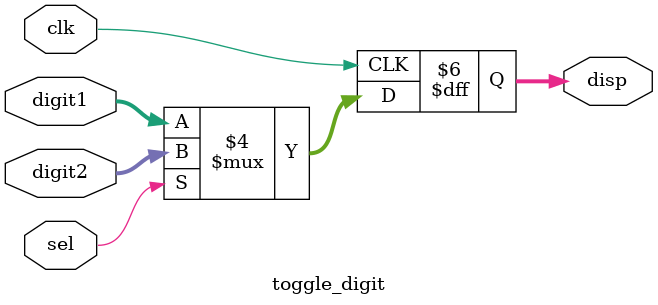
<source format=v>
`timescale 1ns / 1ps


module top_module(
        input wire CLK100MHZ
        , input wire ck_rst
        , output wire [3:0] ja
        , output wire [3:0] jb
    );

    wire [7:0] disp_number;
    wire [3:0] disp_number_digit1;
    wire [3:0] disp_number_digit2;
    wire [6:0] disp_signal;
    wire [6:0] disp_signal_digit1;
    wire [6:0] disp_signal_digit2;
    wire sel;

    /*1秒ごとにnumをカウントアップする*/
    one_sec_counter one_sec_counter(.clk(CLK100MHZ), .rst(ck_rst), .num(disp_number));

    /*2桁の16進数を、桁別のレジスタに分ける*/
    split_digit split_digit(.num(disp_number), .digit1(disp_number_digit1), .digit2(disp_number_digit2));

    /*numに入れた数字を7seg表示用の信号にデコードする*/
    convert_num_to_segment convert_num_to_segment_digit1(.clk(CLK100MHZ),.num(disp_number_digit1), .rst(ck_rst), .segment(disp_signal_digit1));
    convert_num_to_segment convert_num_to_segment_digit2(.clk(CLK100MHZ),.num(disp_number_digit2), .rst(ck_rst), .segment(disp_signal_digit2));

    /*表示桁切り替え信号selを高速で切り替える*/
    toggle_sel toggle_sel(.clk(CLK100MHZ), .rst(ck_rst), .sel(sel));

    toggle_digit toggle_digit(.clk(CLK100MHZ), .sel(sel), .digit1(disp_signal_digit1), .digit2(disp_signal_digit2), .disp(disp_signal));

    assign ja[0] = disp_signal[0];
    assign ja[1] = disp_signal[1];
    assign ja[2] = disp_signal[2];
    assign ja[3] = disp_signal[3];
    assign jb[0] = disp_signal[4];
    assign jb[1] = disp_signal[5];
    assign jb[2] = disp_signal[6];
    assign jb[3] = sel;


    
endmodule

module one_sec_counter(input wire clk, input wire rst, output reg [7:0] num);
    reg [26:0] one_sec_counter;
    parameter CLK_OF_1SEC = 100000000;
    //parameter CLK_OF_1SEC = 1000;
    
    always @ (posedge clk) begin
        if(rst == 0) begin 
            one_sec_counter <= 27'b0;
            num <= 8'b0;
        end else begin
            if(one_sec_counter > CLK_OF_1SEC ) begin
                one_sec_counter <= 27'b0;
                if(num == 8'hFF) begin
                    num <= 8'b0;
                end else begin
                    num <= num+8'b1;
                end
            end else begin
                one_sec_counter <= one_sec_counter + 27'b1;
            end
        end
    end
endmodule

module split_digit(input wire [7:0]num, output wire [3:0]digit1, output wire [3:0]digit2);
    assign digit1 = num[3:0];
    assign digit2 = num[7:4];
endmodule
module convert_num_to_segment(input wire clk, input wire rst, input wire [3:0] num, output reg [6:0] segment);
    always @(posedge clk) begin 
        if(rst == 0) begin
            segment <= 0;
        end else begin
            segment <= segdec(num);
        end
    end

    function [6:0] segdec;/*数字を7seg displayの表示データにデコードする。*/
        input [7:0] din;
        begin
            case(din)
                4'h0 : segdec = 7'b0111111;
                4'h1 : segdec = 7'b0000110;
                4'h2 : segdec = 7'b1011011;
                4'h3 : segdec = 7'b1001111;
                4'h4 : segdec = 7'b1100110;
                4'h5 : segdec = 7'b1101101;
                4'h6 : segdec = 7'b1111101;
                4'h7 : segdec = 7'b0100111;
                4'h8 : segdec = 7'b1111111;
                4'h9 : segdec = 7'b1101111;
                4'hA : segdec = 7'b1110111;//A
                4'hB : segdec = 7'b1111100;//b
                4'hC : segdec = 7'b0111001;//C
                4'hD : segdec = 7'b1011110;//d
                4'hE : segdec = 7'b1111001;//E
                4'hF : segdec = 7'b1110001;//F
                default:segdec = 7'b1000000;
            endcase
        end
    endfunction
endmodule

module toggle_sel(input wire clk, input wire rst,output reg sel);
    parameter count_up = 1000000;//100MHz * 10msec
    //parameter count_up = 10000;//100MHz * 10msec
    reg [19:0] counter;
    always @ (posedge clk) begin
        if(rst == 0) begin
            sel <= 0;
            counter <= 20'b0;
        end else begin
            if(counter == count_up) begin
                counter <= 20'b0;
                sel <=~sel;
            end else begin
                counter <= counter +20'b1;
            end
        end
    end
endmodule

module toggle_digit(input wire clk, input wire sel, input wire [6:0] digit1, input wire [6:0] digit2, output reg [6:0] disp );
    always @ (posedge clk) begin
        if(sel == 0) begin
            disp <= digit1;
        end else begin
            disp <= digit2;
        end
    end
endmodule

</source>
